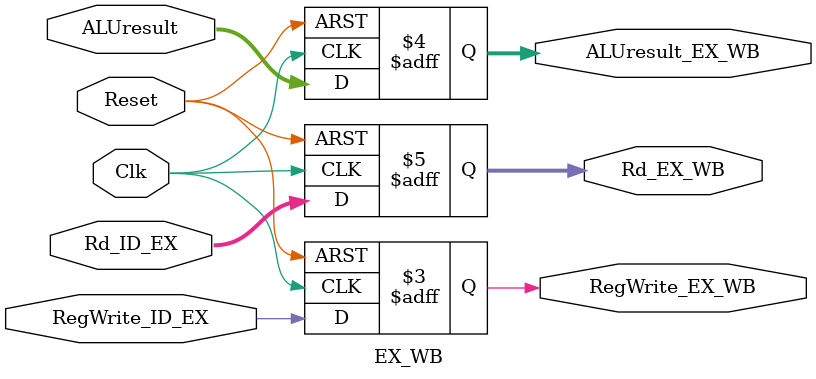
<source format=v>
`timescale 1ns / 1ps

module EX_WB(
input Clk,Reset,
input RegWrite_ID_EX,
input [31:0] ALUresult,
input [4:0] Rd_ID_EX,
output reg RegWrite_EX_WB,
output reg [31:0] ALUresult_EX_WB,
output reg [4:0] Rd_EX_WB
);

always @ (posedge Clk, negedge Reset)
begin  
    if( Reset == 0 ) begin
        RegWrite_EX_WB = 1'b0;
        ALUresult_EX_WB = 32'b0;
        Rd_EX_WB = 5'b0;
        end
    else begin
        RegWrite_EX_WB = RegWrite_ID_EX;
        ALUresult_EX_WB = ALUresult;
        Rd_EX_WB = Rd_ID_EX;
        end
end
endmodule

</source>
